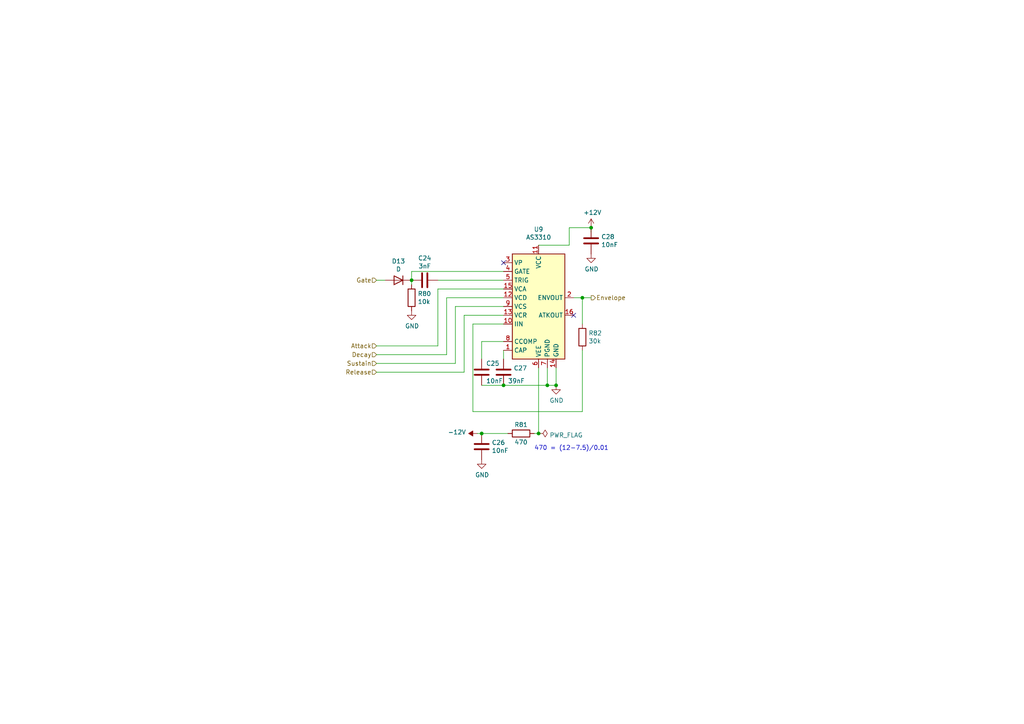
<source format=kicad_sch>
(kicad_sch (version 20211123) (generator eeschema)
  (paper "A4")
  (lib_symbols
    (symbol "Audio:AS3310"
      (property "Reference" "U" (at -5.08 17.78 0))
      (property "Value" "AS3310" (at 5.08 17.78 0))
      (symbol "AS3310_0_1"
        (rectangle (start 7.62 -15.24) (end -7.62 15.24) (stroke (width 0.254)) (fill (type background)))
      )
      (symbol "AS3310_1_1"
        (pin passive line (at -10.16 -12.7 0) (length 2.54) (name "CAP") (number "1"))
        (pin input line (at -10.16 -5.08 0) (length 2.54) (name "IIN") (number "10"))
        (pin power_in line (at 0 17.78 270) (length 2.54) (name "VCC") (number "11"))
        (pin input line (at -10.16 2.54 0) (length 2.54) (name "VCD") (number "12"))
        (pin input line (at -10.16 -2.54 0) (length 2.54) (name "VCR") (number "13"))
        (pin power_in line (at 5.08 -17.78 90) (length 2.54) (name "GND") (number "14"))
        (pin input line (at -10.16 5.08 0) (length 2.54) (name "VCA") (number "15"))
        (pin output line (at 10.16 -2.54 180) (length 2.54) (name "ATKOUT") (number "16"))
        (pin output line (at 10.16 2.54 180) (length 2.54) (name "ENVOUT") (number "2"))
        (pin input line (at -10.16 12.7 0) (length 2.54) (name "VP") (number "3"))
        (pin input line (at -10.16 10.16 0) (length 2.54) (name "GATE") (number "4"))
        (pin input line (at -10.16 7.62 0) (length 2.54) (name "TRIG") (number "5"))
        (pin power_in line (at 0 -17.78 90) (length 2.54) (name "VEE") (number "6"))
        (pin power_in line (at 2.54 -17.78 90) (length 2.54) (name "PGND") (number "7"))
        (pin passive line (at -10.16 -10.16 0) (length 2.54) (name "CCOMP") (number "8"))
        (pin input line (at -10.16 0 0) (length 2.54) (name "VCS") (number "9"))
      )
    )
    (symbol "Device:C" (pin_numbers hide) (pin_names (offset 0.254))
      (property "Reference" "C" (at 0.635 2.54 0))
      (property "Value" "C" (at 0.635 -2.54 0))
      (symbol "C_0_1"
        (polyline (pts (xy -2.032 -0.762) (xy 2.032 -0.762)) (stroke (width 0.508)))
        (polyline (pts (xy -2.032 0.762) (xy 2.032 0.762)) (stroke (width 0.508)))
      )
      (symbol "C_1_1"
        (pin passive line (at 0 3.81 270) (length 2.794) (name "~") (number "1"))
        (pin passive line (at 0 -3.81 90) (length 2.794) (name "~") (number "2"))
      )
    )
    (symbol "Device:D" (pin_numbers hide) (pin_names (offset 1.016) hide)
      (property "Reference" "D" (at 0 2.54 0))
      (property "Value" "D" (at 0 -2.54 0))
      (symbol "D_0_1"
        (polyline (pts (xy -1.27 1.27) (xy -1.27 -1.27)) (stroke (width 0.254)))
        (polyline (pts (xy 1.27 0) (xy -1.27 0)))
        (polyline (pts (xy 1.27 1.27) (xy 1.27 -1.27) (xy -1.27 0) (xy 1.27 1.27)) (stroke (width 0.254)))
      )
      (symbol "D_1_1"
        (pin passive line (at -3.81 0 0) (length 2.54) (name "K") (number "1"))
        (pin passive line (at 3.81 0 180) (length 2.54) (name "A") (number "2"))
      )
    )
    (symbol "Device:R" (pin_numbers hide) (pin_names (offset 0))
      (property "Reference" "R" (at 2.032 0 90))
      (property "Value" "R" (at 0 0 90))
      (symbol "R_0_1"
        (rectangle (start -1.016 -2.54) (end 1.016 2.54) (stroke (width 0.254)))
      )
      (symbol "R_1_1"
        (pin passive line (at 0 3.81 270) (length 1.27) (name "~") (number "1"))
        (pin passive line (at 0 -3.81 90) (length 1.27) (name "~") (number "2"))
      )
    )
    (symbol "power:+12V" (power) (pin_names (offset 0))
      (property "Value" "+12V" (at 0 3.556 0))
      (symbol "+12V_0_1"
        (polyline (pts (xy -0.762 1.27) (xy 0 2.54)))
        (polyline (pts (xy 0 0) (xy 0 2.54)))
        (polyline (pts (xy 0 2.54) (xy 0.762 1.27)))
      )
      (symbol "+12V_1_1"
        (pin power_in line (at 0 0 90) (length 0) hide (name "+12V") (number "1"))
      )
    )
    (symbol "power:-12V" (power) (pin_names (offset 0))
      (property "Value" "-12V" (at 0 3.81 0))
      (symbol "-12V_0_0"
        (pin power_in line (at 0 0 90) (length 0) hide (name "-12V") (number "1"))
      )
      (symbol "-12V_0_1"
        (polyline (pts (xy 0 0) (xy 0 1.27) (xy 0.762 1.27) (xy 0 2.54) (xy -0.762 1.27) (xy 0 1.27)) (fill (type outline)))
      )
    )
    (symbol "power:GND" (power) (pin_names (offset 0))
      (property "Value" "GND" (at 0 -3.81 0))
      (symbol "GND_0_1"
        (polyline (pts (xy 0 0) (xy 0 -1.27) (xy 1.27 -1.27) (xy 0 -2.54) (xy -1.27 -1.27) (xy 0 -1.27)))
      )
      (symbol "GND_1_1"
        (pin power_in line (at 0 0 270) (length 0) hide (name "GND") (number "1"))
      )
    )
    (symbol "power:PWR_FLAG" (power) (pin_numbers hide) (pin_names (offset 0) hide)
      (property "Value" "PWR_FLAG" (at 0 3.81 0))
      (symbol "PWR_FLAG_0_0"
        (pin power_out line (at 0 0 90) (length 0) (name "pwr") (number "1"))
      )
      (symbol "PWR_FLAG_0_1"
        (polyline (pts (xy 0 0) (xy 0 1.27) (xy -1.016 1.905) (xy 0 2.54) (xy 1.016 1.905) (xy 0 1.27)))
      )
    )
  )
  (junction (at 171.45 66.04))
  (junction (at 139.7 125.73))
  (junction (at 158.75 111.76))
  (junction (at 156.21 125.73))
  (junction (at 119.38 81.28))
  (junction (at 168.91 86.36))
  (junction (at 146.05 111.76))
  (junction (at 161.29 111.76))
  (no_connect (at 146.05 76.2))
  (no_connect (at 166.37 91.44))
  (wire (pts (xy 156.21 125.73) (xy 154.94 125.73)))
  (wire (pts (xy 156.21 106.68) (xy 156.21 125.73)))
  (wire (pts (xy 139.7 104.14) (xy 139.7 99.06)))
  (wire (pts (xy 161.29 106.68) (xy 161.29 111.76)))
  (wire (pts (xy 138.43 125.73) (xy 139.7 125.73)))
  (wire (pts (xy 132.08 88.9) (xy 132.08 105.41)))
  (wire (pts (xy 146.05 91.44) (xy 134.62 91.44)))
  (wire (pts (xy 137.16 119.38) (xy 137.16 93.98)))
  (wire (pts (xy 171.45 67.31) (xy 171.45 66.04)))
  (wire (pts (xy 129.54 102.87) (xy 109.22 102.87)))
  (wire (pts (xy 165.1 66.04) (xy 165.1 71.12)))
  (wire (pts (xy 146.05 101.6) (xy 146.05 104.14)))
  (wire (pts (xy 137.16 93.98) (xy 146.05 93.98)))
  (wire (pts (xy 146.05 88.9) (xy 132.08 88.9)))
  (wire (pts (xy 119.38 78.74) (xy 146.05 78.74)))
  (wire (pts (xy 111.76 81.28) (xy 109.22 81.28)))
  (wire (pts (xy 139.7 125.73) (xy 147.32 125.73)))
  (wire (pts (xy 156.21 71.12) (xy 165.1 71.12)))
  (wire (pts (xy 166.37 86.36) (xy 168.91 86.36)))
  (wire (pts (xy 168.91 86.36) (xy 171.45 86.36)))
  (wire (pts (xy 168.91 119.38) (xy 137.16 119.38)))
  (wire (pts (xy 119.38 81.28) (xy 119.38 82.55)))
  (wire (pts (xy 134.62 107.95) (xy 109.22 107.95)))
  (wire (pts (xy 127 100.33) (xy 109.22 100.33)))
  (wire (pts (xy 146.05 86.36) (xy 129.54 86.36)))
  (wire (pts (xy 171.45 66.04) (xy 165.1 66.04)))
  (wire (pts (xy 168.91 86.36) (xy 168.91 93.98)))
  (wire (pts (xy 146.05 111.76) (xy 158.75 111.76)))
  (wire (pts (xy 119.38 78.74) (xy 119.38 81.28)))
  (wire (pts (xy 146.05 83.82) (xy 127 83.82)))
  (wire (pts (xy 168.91 101.6) (xy 168.91 119.38)))
  (wire (pts (xy 127 81.28) (xy 146.05 81.28)))
  (wire (pts (xy 139.7 111.76) (xy 146.05 111.76)))
  (wire (pts (xy 134.62 91.44) (xy 134.62 107.95)))
  (wire (pts (xy 127 83.82) (xy 127 100.33)))
  (wire (pts (xy 158.75 111.76) (xy 161.29 111.76)))
  (wire (pts (xy 129.54 86.36) (xy 129.54 102.87)))
  (wire (pts (xy 158.75 106.68) (xy 158.75 111.76)))
  (wire (pts (xy 139.7 99.06) (xy 146.05 99.06)))
  (wire (pts (xy 132.08 105.41) (xy 109.22 105.41)))
  (text "470 = (12-7.5)/0.01" (at 154.94 130.81 0) (effects (font (size 1.27 1.27)) (justify left bottom)))
  (hierarchical_label "Sustain" (shape input) (at 109.22 105.41 180))
  (hierarchical_label "Decay" (shape input) (at 109.22 102.87 180))
  (hierarchical_label "Envelope" (shape output) (at 171.45 86.36 0))
  (hierarchical_label "Attack" (shape input) (at 109.22 100.33 180))
  (hierarchical_label "Release" (shape input) (at 109.22 107.95 180))
  (hierarchical_label "Gate" (shape input) (at 109.22 81.28 180))
  (symbol (lib_id "Device:D") (at 115.57 81.28 180) (unit 1)
    (property "Reference" "D13" (at 115.57 75.7682 0))
    (property "Value" "D" (at 115.57 78.0796 0))
    (property "Footprint" "Diode_THT:D_A-405_P7.62mm_Horizontal" (effects hide))
  )
  (symbol (lib_id "power:GND") (at 119.38 90.17 0) (unit 1)
    (property "Reference" "#PWR081" (effects hide))
    (property "Value" "GND" (at 119.507 94.5642 0))
  )
  (symbol (lib_id "Device:R") (at 119.38 86.36 0) (unit 1)
    (property "Reference" "R80" (at 121.158 85.1916 0) (effects (justify left)))
    (property "Value" "10k" (at 121.158 87.503 0) (effects (justify left)))
    (property "Footprint" "Resistor_SMD:R_1206_3216Metric_Pad1.30x1.75mm_HandSolder" (effects hide))
  )
  (symbol (lib_id "Device:C") (at 123.19 81.28 90) (unit 1)
    (property "Reference" "C24" (at 123.19 74.8792 90))
    (property "Value" "3nF" (at 123.19 77.1906 90))
    (property "Footprint" "Capacitor_THT:C_Disc_D5.1mm_W3.2mm_P5.00mm" (effects hide))
  )
  (symbol (lib_id "power:GND") (at 161.29 111.76 0) (unit 1)
    (property "Reference" "#PWR084" (effects hide))
    (property "Value" "GND" (at 161.417 116.1542 0))
  )
  (symbol (lib_id "Audio:AS3310") (at 156.21 88.9 0) (unit 1)
    (property "Reference" "U9" (at 156.21 66.5226 0))
    (property "Value" "AS3310" (at 156.21 68.834 0))
    (property "Footprint" "Package_DIP:DIP-16_W7.62mm" (effects hide))
    (property "Datasheet" "http://www.alfarzpp.lv/eng/sc/AS3310.pdf" (effects hide))
  )
  (symbol (lib_id "Device:R") (at 168.91 97.79 0) (unit 1)
    (property "Reference" "R82" (at 170.688 96.6216 0) (effects (justify left)))
    (property "Value" "30k" (at 170.688 98.933 0) (effects (justify left)))
    (property "Footprint" "Resistor_SMD:R_1206_3216Metric_Pad1.30x1.75mm_HandSolder" (effects hide))
  )
  (symbol (lib_id "Device:C") (at 146.05 107.95 0) (unit 1)
    (property "Reference" "C27" (at 148.971 106.7816 0) (effects (justify left)))
    (property "Value" "39nF" (at 147.32 110.49 0) (effects (justify left)))
    (property "Footprint" "Capacitor_THT:C_Disc_D5.1mm_W3.2mm_P5.00mm" (effects hide))
  )
  (symbol (lib_id "Device:C") (at 139.7 107.95 0) (unit 1)
    (property "Reference" "C25" (at 140.97 105.41 0) (effects (justify left)))
    (property "Value" "10nF" (at 140.97 110.49 0) (effects (justify left)))
    (property "Footprint" "Capacitor_THT:C_Disc_D5.1mm_W3.2mm_P5.00mm" (effects hide))
  )
  (symbol (lib_id "power:+12V") (at 171.45 66.04 0) (unit 1)
    (property "Reference" "#PWR085" (effects hide))
    (property "Value" "+12V" (at 171.831 61.6458 0))
  )
  (symbol (lib_id "Device:R") (at 151.13 125.73 270) (unit 1)
    (property "Reference" "R81" (at 151.13 123.19 90))
    (property "Value" "470" (at 151.13 128.27 90))
    (property "Footprint" "Resistor_SMD:R_1206_3216Metric_Pad1.30x1.75mm_HandSolder" (effects hide))
  )
  (symbol (lib_id "power:-12V") (at 138.43 125.73 90) (unit 1)
    (property "Reference" "#PWR082" (effects hide))
    (property "Value" "-12V" (at 135.1788 125.349 90) (effects (justify left)))
  )
  (symbol (lib_id "Device:C") (at 139.7 129.54 180) (unit 1)
    (property "Reference" "C26" (at 142.621 128.3716 0) (effects (justify right)))
    (property "Value" "10nF" (at 142.621 130.683 0) (effects (justify right)))
    (property "Footprint" "Capacitor_THT:C_Disc_D5.1mm_W3.2mm_P5.00mm" (effects hide))
  )
  (symbol (lib_id "power:GND") (at 171.45 73.66 0) (unit 1)
    (property "Reference" "#PWR086" (effects hide))
    (property "Value" "GND" (at 171.577 78.0542 0))
  )
  (symbol (lib_id "Device:C") (at 171.45 69.85 180) (unit 1)
    (property "Reference" "C28" (at 174.371 68.6816 0) (effects (justify right)))
    (property "Value" "10nF" (at 174.371 70.993 0) (effects (justify right)))
    (property "Footprint" "Capacitor_THT:C_Disc_D5.1mm_W3.2mm_P5.00mm" (effects hide))
  )
  (symbol (lib_id "power:GND") (at 139.7 133.35 0) (unit 1)
    (property "Reference" "#PWR083" (effects hide))
    (property "Value" "GND" (at 139.827 137.7442 0))
  )
  (symbol (lib_id "power:PWR_FLAG") (at 156.21 125.73 270) (unit 1)
    (property "Reference" "#FLG0101" (effects hide))
    (property "Value" "PWR_FLAG" (at 159.385 126.209 90) (effects (justify left)))
  )
)
</source>
